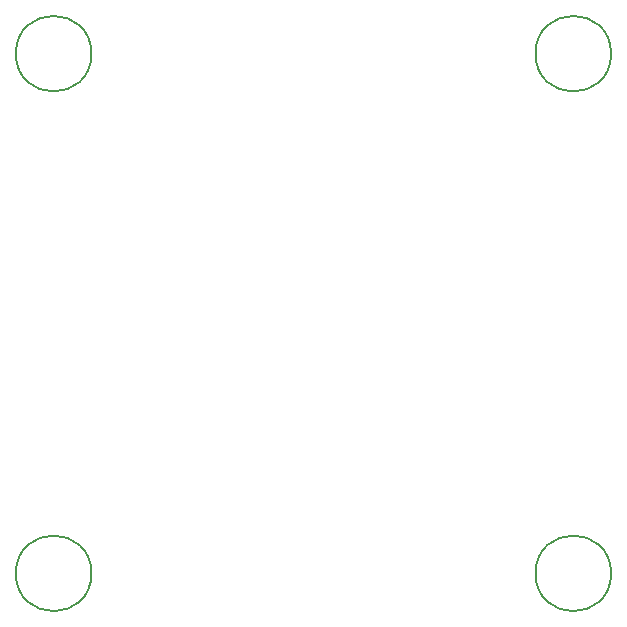
<source format=gbr>
%TF.GenerationSoftware,KiCad,Pcbnew,8.0.2*%
%TF.CreationDate,2024-06-01T19:49:29+09:00*%
%TF.ProjectId,esp8266writer,65737038-3236-4367-9772-697465722e6b,rev?*%
%TF.SameCoordinates,Original*%
%TF.FileFunction,Other,Comment*%
%FSLAX46Y46*%
G04 Gerber Fmt 4.6, Leading zero omitted, Abs format (unit mm)*
G04 Created by KiCad (PCBNEW 8.0.2) date 2024-06-01 19:49:29*
%MOMM*%
%LPD*%
G01*
G04 APERTURE LIST*
%ADD10C,0.150000*%
G04 APERTURE END LIST*
D10*
%TO.C,H2*%
X125200000Y-53000000D02*
G75*
G02*
X118800000Y-53000000I-3200000J0D01*
G01*
X118800000Y-53000000D02*
G75*
G02*
X125200000Y-53000000I3200000J0D01*
G01*
%TO.C,H4*%
X125200000Y-97000000D02*
G75*
G02*
X118800000Y-97000000I-3200000J0D01*
G01*
X118800000Y-97000000D02*
G75*
G02*
X125200000Y-97000000I3200000J0D01*
G01*
%TO.C,H1*%
X81200000Y-53000000D02*
G75*
G02*
X74800000Y-53000000I-3200000J0D01*
G01*
X74800000Y-53000000D02*
G75*
G02*
X81200000Y-53000000I3200000J0D01*
G01*
%TO.C,H3*%
X81200000Y-97000000D02*
G75*
G02*
X74800000Y-97000000I-3200000J0D01*
G01*
X74800000Y-97000000D02*
G75*
G02*
X81200000Y-97000000I3200000J0D01*
G01*
%TD*%
M02*

</source>
